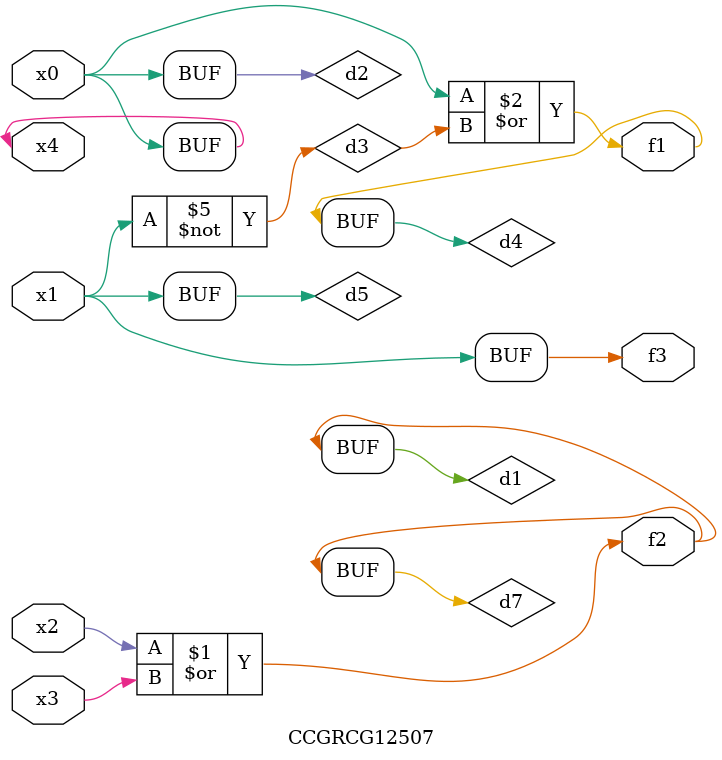
<source format=v>
module CCGRCG12507(
	input x0, x1, x2, x3, x4,
	output f1, f2, f3
);

	wire d1, d2, d3, d4, d5, d6, d7;

	or (d1, x2, x3);
	buf (d2, x0, x4);
	not (d3, x1);
	or (d4, d2, d3);
	not (d5, d3);
	nand (d6, d1, d3);
	or (d7, d1);
	assign f1 = d4;
	assign f2 = d7;
	assign f3 = d5;
endmodule

</source>
